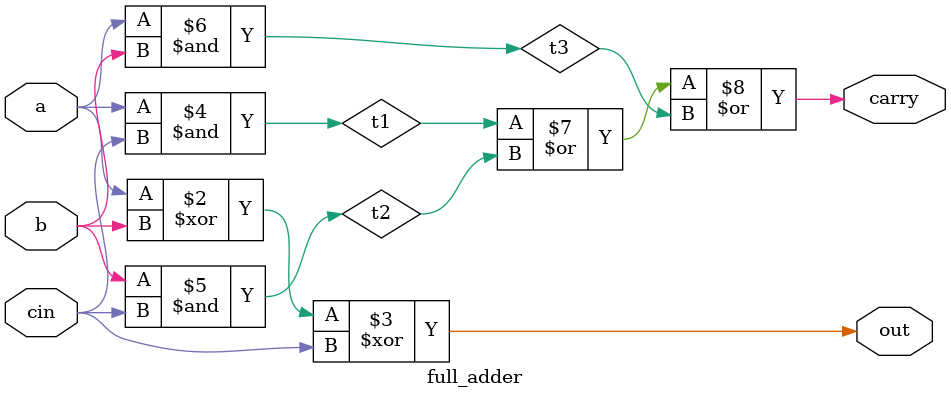
<source format=v>
module full_adder(a,b,cin,out,carry);
input a,b,cin;
output out,carry;

reg out,carry;
reg t1,t2,t3;

always@
          (a or b or cin)begin
          out   =    a^b^cin;
          t1    =    a&cin;
          t2    =    b&cin;
          t3    =    a&b;
          carry =    t1|t2|t3;
          end
endmodule

</source>
